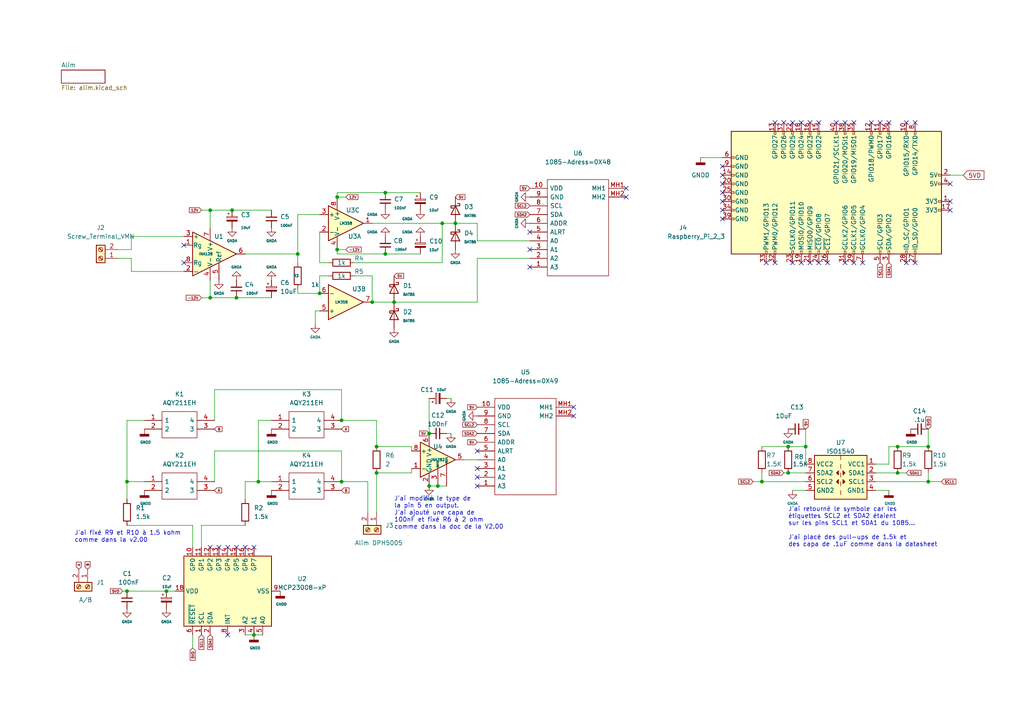
<source format=kicad_sch>
(kicad_sch (version 20211123) (generator eeschema)
  (paper "A4")
  (title_block (company "OhmPi team"))
  (lib_symbols
    (symbol "1085:1085" (pin_names (offset 0.762))
      (property "Reference" "IC" (at 24.13 7.62 0))
      (property "Value" "1085" (at 24.13 5.08 0))
      (symbol "1085_0_0"
        (pin passive line (at 0 -22.86 0) (length 5.08) (name "A3") (number "1"))
        (pin passive line (at 0 0 0) (length 5.08) (name "VDD") (number "10"))
        (pin passive line (at 0 -20.32 0) (length 5.08) (name "A2") (number "2"))
        (pin passive line (at 0 -17.78 0) (length 5.08) (name "A1") (number "3"))
        (pin passive line (at 0 -15.24 0) (length 5.08) (name "A0") (number "4"))
        (pin passive line (at 0 -12.7 0) (length 5.08) (name "ALRT") (number "5"))
        (pin passive line (at 0 -10.16 0) (length 5.08) (name "ADDR") (number "6"))
        (pin passive line (at 0 -7.62 0) (length 5.08) (name "SDA") (number "7"))
        (pin passive line (at 0 -5.08 0) (length 5.08) (name "SCL") (number "8"))
        (pin passive line (at 0 -2.54 0) (length 5.08) (name "GND") (number "9"))
        (pin passive line (at 27.94 0 180) (length 5.08) (name "MH1") (number "MH1"))
        (pin passive line (at 27.94 -2.54 180) (length 5.08) (name "MH2") (number "MH2"))
      )
    )
    (symbol "1085_1" (pin_names (offset 0.762))
      (property "Reference" "IC" (at 24.13 7.62 0))
      (property "Value" "1085_1" (at 24.13 5.08 0))
      (symbol "1085_1_0_0"
        (pin passive line (at 0 -22.86 0) (length 5.08) (name "A3") (number "1"))
        (pin passive line (at 0 0 0) (length 5.08) (name "VDD") (number "10"))
        (pin passive line (at 0 -20.32 0) (length 5.08) (name "A2") (number "2"))
        (pin passive line (at 0 -17.78 0) (length 5.08) (name "A1") (number "3"))
        (pin passive line (at 0 -15.24 0) (length 5.08) (name "A0") (number "4"))
        (pin passive line (at 0 -12.7 0) (length 5.08) (name "ALRT") (number "5"))
        (pin passive line (at 0 -10.16 0) (length 5.08) (name "ADDR") (number "6"))
        (pin passive line (at 0 -7.62 0) (length 5.08) (name "SDA") (number "7"))
        (pin passive line (at 0 -5.08 0) (length 5.08) (name "SCL") (number "8"))
        (pin passive line (at 0 -2.54 0) (length 5.08) (name "GND") (number "9"))
        (pin passive line (at 27.94 0 180) (length 5.08) (name "MH1") (number "MH1"))
        (pin passive line (at 27.94 -2.54 180) (length 5.08) (name "MH2") (number "MH2"))
      )
    )
    (symbol "AQY211EH:AQY211EH" (pin_names (offset 0.762))
      (property "Reference" "K" (at 16.51 7.62 0))
      (property "Value" "AQY211EH" (at 16.51 5.08 0))
      (symbol "AQY211EH_0_0"
        (pin passive line (at 0 0 0) (length 5.08) (name "1") (number "1"))
        (pin passive line (at 0 -2.54 0) (length 5.08) (name "2") (number "2"))
        (pin passive line (at 20.32 -2.54 180) (length 5.08) (name "3") (number "3"))
        (pin passive line (at 20.32 0 180) (length 5.08) (name "4") (number "4"))
      )
    )
    (symbol "Amplifier_Current:INA282" (pin_names (offset 0.127))
      (property "Reference" "U4" (at 0 3.81 0))
      (property "Value" "INA282" (at 0 0 0))
      (symbol "INA282_1_1"
        (pin input line (at -7.62 -2.54 0) (length 2.54) (name "-") (number "1"))
        (pin power_in line (at -2.54 -7.62 90) (length 3.81) (name "GND") (number "2"))
        (pin input line (at 0 -7.62 90) (length 5.08) (name "REF2") (number "3"))
        (pin no_connect line (at -5.08 0 0) (length 2.54) hide (name "NC") (number "4"))
        (pin output line (at 7.62 0 180) (length 2.54) (name "~") (number "5"))
        (pin input line (at -2.54 7.62 270) (length 3.81) (name "V+") (number "6"))
        (pin input line (at 2.54 -7.62 90) (length 6.35) (name "REF1") (number "7"))
        (pin input line (at -7.62 2.54 0) (length 2.54) (name "+") (number "8"))
      )
    )
    (symbol "Amplifier_Instrumentation:INA128" (pin_names (offset 0.127))
      (property "Reference" "U" (at 3.81 3.175 0))
      (property "Value" "INA128" (at 3.81 -3.175 0))
      (symbol "INA128_1_1"
        (pin passive line (at -7.62 2.54 0) (length 2.54) (name "Rg") (number "1"))
        (pin input line (at -7.62 -5.08 0) (length 2.54) (name "-") (number "2"))
        (pin input line (at -7.62 5.08 0) (length 2.54) (name "+") (number "3"))
        (pin power_in line (at 0 -7.62 90) (length 3.81) (name "V-") (number "4"))
        (pin input line (at 2.54 -7.62 90) (length 5.08) (name "Ref") (number "5"))
        (pin output line (at 10.16 0 180) (length 2.54) (name "~") (number "6"))
        (pin power_in line (at 0 7.62 270) (length 3.81) (name "V+") (number "7"))
        (pin passive line (at -7.62 -2.54 0) (length 2.54) (name "Rg") (number "8"))
      )
    )
    (symbol "Amplifier_Operational:LM358" (pin_names (offset 0.127))
      (property "Reference" "U" (at 0 5.08 0))
      (property "Value" "LM358" (at 0 -5.08 0))
      (symbol "LM358_1_1"
        (pin output line (at 7.62 0 180) (length 2.54) (name "~") (number "1"))
        (pin input line (at -7.62 -2.54 0) (length 2.54) (name "-") (number "2"))
        (pin input line (at -7.62 2.54 0) (length 2.54) (name "+") (number "3"))
      )
      (symbol "LM358_2_1"
        (pin input line (at -7.62 2.54 0) (length 2.54) (name "+") (number "5"))
        (pin input line (at -7.62 -2.54 0) (length 2.54) (name "-") (number "6"))
        (pin output line (at 7.62 0 180) (length 2.54) (name "~") (number "7"))
      )
      (symbol "LM358_3_1"
        (pin power_in line (at -2.54 -7.62 90) (length 3.81) (name "V-") (number "4"))
        (pin power_in line (at -2.54 7.62 270) (length 3.81) (name "V+") (number "8"))
      )
    )
    (symbol "Connector:Raspberry_Pi_2_3" (pin_names (offset 1.016))
      (property "Reference" "J" (at -17.78 31.75 0))
      (property "Value" "Raspberry_Pi_2_3" (at 10.16 -31.75 0))
      (symbol "Raspberry_Pi_2_3_1_1"
        (pin power_in line (at 2.54 33.02 270) (length 2.54) (name "3V3") (number "1"))
        (pin bidirectional line (at -20.32 20.32 0) (length 2.54) (name "GPIO15/RXD") (number "10"))
        (pin bidirectional line (at -20.32 12.7 0) (length 2.54) (name "GPIO17") (number "11"))
        (pin bidirectional line (at -20.32 10.16 0) (length 2.54) (name "GPIO18/PWM0") (number "12"))
        (pin bidirectional line (at -20.32 -17.78 0) (length 2.54) (name "GPIO27") (number "13"))
        (pin power_in line (at -5.08 -33.02 90) (length 2.54) (name "GND") (number "14"))
        (pin bidirectional line (at -20.32 -5.08 0) (length 2.54) (name "GPIO22") (number "15"))
        (pin bidirectional line (at -20.32 -7.62 0) (length 2.54) (name "GPIO23") (number "16"))
        (pin power_in line (at 5.08 33.02 270) (length 2.54) (name "3V3") (number "17"))
        (pin bidirectional line (at -20.32 -10.16 0) (length 2.54) (name "GPIO24") (number "18"))
        (pin bidirectional line (at 20.32 -10.16 180) (length 2.54) (name "MOSI0/GPIO10") (number "19"))
        (pin power_in line (at -5.08 33.02 270) (length 2.54) (name "5V") (number "2"))
        (pin power_in line (at -2.54 -33.02 90) (length 2.54) (name "GND") (number "20"))
        (pin bidirectional line (at 20.32 -7.62 180) (length 2.54) (name "MISO0/GPIO9") (number "21"))
        (pin bidirectional line (at -20.32 -12.7 0) (length 2.54) (name "GPIO25") (number "22"))
        (pin bidirectional line (at 20.32 -12.7 180) (length 2.54) (name "SCLK0/GPIO11") (number "23"))
        (pin bidirectional line (at 20.32 -5.08 180) (length 2.54) (name "~{CE0}/GPIO8") (number "24"))
        (pin power_in line (at 0 -33.02 90) (length 2.54) (name "GND") (number "25"))
        (pin bidirectional line (at 20.32 -2.54 180) (length 2.54) (name "~{CE1}/GPIO7") (number "26"))
        (pin bidirectional line (at 20.32 22.86 180) (length 2.54) (name "ID_SD/GPIO0") (number "27"))
        (pin bidirectional line (at 20.32 20.32 180) (length 2.54) (name "ID_SC/GPIO1") (number "28"))
        (pin bidirectional line (at 20.32 5.08 180) (length 2.54) (name "GCLK1/GPIO5") (number "29"))
        (pin bidirectional line (at 20.32 15.24 180) (length 2.54) (name "SDA/GPIO2") (number "3"))
        (pin power_in line (at 2.54 -33.02 90) (length 2.54) (name "GND") (number "30"))
        (pin bidirectional line (at 20.32 2.54 180) (length 2.54) (name "GCLK2/GPIO6") (number "31"))
        (pin bidirectional line (at 20.32 -17.78 180) (length 2.54) (name "PWM0/GPIO12") (number "32"))
        (pin bidirectional line (at 20.32 -20.32 180) (length 2.54) (name "PWM1/GPIO13") (number "33"))
        (pin power_in line (at 5.08 -33.02 90) (length 2.54) (name "GND") (number "34"))
        (pin bidirectional line (at -20.32 5.08 0) (length 2.54) (name "GPIO19/MISO1") (number "35"))
        (pin bidirectional line (at -20.32 15.24 0) (length 2.54) (name "GPIO16") (number "36"))
        (pin bidirectional line (at -20.32 -15.24 0) (length 2.54) (name "GPIO26") (number "37"))
        (pin bidirectional line (at -20.32 2.54 0) (length 2.54) (name "GPIO20/MOSI1") (number "38"))
        (pin power_in line (at 7.62 -33.02 90) (length 2.54) (name "GND") (number "39"))
        (pin power_in line (at -2.54 33.02 270) (length 2.54) (name "5V") (number "4"))
        (pin bidirectional line (at -20.32 0 0) (length 2.54) (name "GPIO21/SCLK1") (number "40"))
        (pin bidirectional line (at 20.32 12.7 180) (length 2.54) (name "SCL/GPIO3") (number "5"))
        (pin power_in line (at -10.16 -33.02 90) (length 2.54) (name "GND") (number "6"))
        (pin bidirectional line (at 20.32 7.62 180) (length 2.54) (name "GCLK0/GPIO4") (number "7"))
        (pin bidirectional line (at -20.32 22.86 0) (length 2.54) (name "GPIO14/TXD") (number "8"))
        (pin power_in line (at -7.62 -33.02 90) (length 2.54) (name "GND") (number "9"))
      )
    )
    (symbol "Connector:Screw_Terminal_01x02" (pin_names (offset 1.016) hide)
      (property "Reference" "J" (at 0 2.54 0))
      (property "Value" "Screw_Terminal_01x02" (at 0 -5.08 0))
      (symbol "Screw_Terminal_01x02_1_1"
        (pin passive line (at -5.08 0 0) (length 3.81) (name "Pin_1") (number "1"))
        (pin passive line (at -5.08 -2.54 0) (length 3.81) (name "Pin_2") (number "2"))
      )
    )
    (symbol "Device:C_Polarized_Small" (pin_numbers hide) (pin_names (offset 0.254) hide)
      (property "Reference" "C" (at 0.254 1.778 0))
      (property "Value" "C_Polarized_Small" (at 0.254 -2.032 0))
      (symbol "C_Polarized_Small_1_1"
        (pin passive line (at 0 2.54 270) (length 1.8542) (name "~") (number "1"))
        (pin passive line (at 0 -2.54 90) (length 1.8542) (name "~") (number "2"))
      )
    )
    (symbol "Device:C_Small" (pin_numbers hide) (pin_names (offset 0.254) hide)
      (property "Reference" "C" (at 0.254 1.778 0))
      (property "Value" "C_Small" (at 0.254 -2.032 0))
      (symbol "C_Small_1_1"
        (pin passive line (at 0 2.54 270) (length 2.032) (name "~") (number "1"))
        (pin passive line (at 0 -2.54 90) (length 2.032) (name "~") (number "2"))
      )
    )
    (symbol "Device:R" (pin_numbers hide) (pin_names (offset 0))
      (property "Reference" "R" (at 2.032 0 90))
      (property "Value" "R" (at 0 0 90))
      (symbol "R_1_1"
        (pin passive line (at 0 3.81 270) (length 1.27) (name "~") (number "1"))
        (pin passive line (at 0 -3.81 90) (length 1.27) (name "~") (number "2"))
      )
    )
    (symbol "Diode:BAT86" (pin_numbers hide) (pin_names (offset 1.016) hide)
      (property "Reference" "D" (at 0 2.54 0))
      (property "Value" "BAT86" (at 0 -2.54 0))
      (symbol "BAT86_1_1"
        (pin passive line (at -3.81 0 0) (length 2.54) (name "K") (number "1"))
        (pin passive line (at 3.81 0 180) (length 2.54) (name "A") (number "2"))
      )
    )
    (symbol "Interface_Expansion:MCP23008-xP"
      (property "Reference" "U" (at -8.89 13.97 0))
      (property "Value" "MCP23008-xP" (at 8.89 13.97 0))
      (symbol "MCP23008-xP_1_1"
        (pin input line (at -12.7 7.62 0) (length 2.54) (name "SCL") (number "1"))
        (pin bidirectional line (at 12.7 10.16 180) (length 2.54) (name "GP0") (number "10"))
        (pin bidirectional line (at 12.7 7.62 180) (length 2.54) (name "GP1") (number "11"))
        (pin bidirectional line (at 12.7 5.08 180) (length 2.54) (name "GP2") (number "12"))
        (pin bidirectional line (at 12.7 2.54 180) (length 2.54) (name "GP3") (number "13"))
        (pin bidirectional line (at 12.7 0 180) (length 2.54) (name "GP4") (number "14"))
        (pin bidirectional line (at 12.7 -2.54 180) (length 2.54) (name "GP5") (number "15"))
        (pin bidirectional line (at 12.7 -5.08 180) (length 2.54) (name "GP6") (number "16"))
        (pin bidirectional line (at 12.7 -7.62 180) (length 2.54) (name "GP7") (number "17"))
        (pin power_in line (at 0 15.24 270) (length 2.54) (name "VDD") (number "18"))
        (pin bidirectional line (at -12.7 5.08 0) (length 2.54) (name "SDA") (number "2"))
        (pin input line (at -12.7 -5.08 0) (length 2.54) (name "A2") (number "3"))
        (pin input line (at -12.7 -7.62 0) (length 2.54) (name "A1") (number "4"))
        (pin input line (at -12.7 -10.16 0) (length 2.54) (name "A0") (number "5"))
        (pin input line (at -12.7 10.16 0) (length 2.54) (name "~{RESET}") (number "6"))
        (pin no_connect line (at -10.16 -2.54 0) (length 2.54) hide (name "NC") (number "7"))
        (pin output line (at -12.7 0 0) (length 2.54) (name "INT") (number "8"))
        (pin power_in line (at 0 -15.24 90) (length 2.54) (name "VSS") (number "9"))
      )
    )
    (symbol "Isolator:ISO1540"
      (property "Reference" "U" (at -6.35 6.35 0))
      (property "Value" "ISO1540" (at 3.81 6.35 0))
      (symbol "ISO1540_1_1"
        (pin power_in line (at -10.16 2.54 0) (length 2.54) (name "VCC1") (number "1"))
        (pin bidirectional line (at -10.16 0 0) (length 2.54) (name "SDA1") (number "2"))
        (pin bidirectional line (at -10.16 -2.54 0) (length 2.54) (name "SCL1") (number "3"))
        (pin power_in line (at -10.16 -5.08 0) (length 2.54) (name "GND1") (number "4"))
        (pin power_in line (at 10.16 -5.08 180) (length 2.54) (name "GND2") (number "5"))
        (pin bidirectional line (at 10.16 -2.54 180) (length 2.54) (name "SCL2") (number "6"))
        (pin bidirectional line (at 10.16 0 180) (length 2.54) (name "SDA2") (number "7"))
        (pin power_in line (at 10.16 2.54 180) (length 2.54) (name "VCC2") (number "8"))
      )
    )
    (symbol "power:GNDA" (power) (pin_names (offset 0))
      (property "Value" "GNDA" (at 0 -3.81 0))
      (symbol "GNDA_1_1"
        (pin power_in line (at 0 0 270) (length 0) hide (name "GNDA") (number "1"))
      )
    )
    (symbol "power:GNDD" (power) (pin_names (offset 0))
      (property "Value" "GNDD" (at 0 -3.175 0))
      (symbol "GNDD_1_1"
        (pin power_in line (at 0 0 270) (length 0) hide (name "GNDD") (number "1"))
      )
    )
  )
  (junction (at 60.96 86.36))
  (junction (at 109.22 129.54))
  (junction (at 36.83 171.45))
  (junction (at 68.58 86.36))
  (junction (at 99.06 139.7))
  (junction (at 74.93 139.7))
  (junction (at 114.3 87.63))
  (junction (at 48.26 171.45))
  (junction (at 109.22 137.16))
  (junction (at 228.6 129.54))
  (junction (at 36.83 139.7))
  (junction (at 124.46 140.97))
  (junction (at 269.24 129.54))
  (junction (at 132.08 64.77))
  (junction (at 269.24 139.7))
  (junction (at 86.36 73.66))
  (junction (at 97.79 57.15))
  (junction (at 233.68 129.54))
  (junction (at 97.79 72.39))
  (junction (at 67.31 60.96))
  (junction (at 260.35 129.54))
  (junction (at 60.96 60.96))
  (junction (at 228.6 137.16))
  (junction (at 111.76 55.88))
  (junction (at 124.46 125.73))
  (junction (at 92.71 85.09))
  (junction (at 220.98 139.7))
  (junction (at 111.76 73.66))
  (junction (at 73.66 184.15))
  (junction (at 107.95 87.63))
  (junction (at 260.35 137.16))
  (junction (at 127 140.97))
  (junction (at 128.27 64.77))
  (junction (at 99.06 121.92))
  (no_connect (at 53.34 76.2))
  (no_connect (at 53.34 71.12))
  (no_connect (at 166.37 118.11))
  (no_connect (at 138.43 130.81))
  (no_connect (at 166.37 120.65))
  (no_connect (at 209.55 55.88))
  (no_connect (at 209.55 58.42))
  (no_connect (at 209.55 60.96))
  (no_connect (at 209.55 63.5))
  (no_connect (at 209.55 50.8))
  (no_connect (at 209.55 48.26))
  (no_connect (at 209.55 53.34))
  (no_connect (at 275.59 58.42))
  (no_connect (at 275.59 60.96))
  (no_connect (at 275.59 53.34))
  (no_connect (at 73.66 158.75))
  (no_connect (at 71.12 158.75))
  (no_connect (at 60.96 158.75))
  (no_connect (at 63.5 158.75))
  (no_connect (at 68.58 158.75))
  (no_connect (at 66.04 158.75))
  (no_connect (at 153.67 67.31))
  (no_connect (at 181.61 54.61))
  (no_connect (at 181.61 57.15))
  (no_connect (at 66.04 184.15))
  (no_connect (at 138.43 140.97))
  (no_connect (at 138.43 138.43))
  (no_connect (at 138.43 135.89))
  (no_connect (at 153.67 72.39))
  (no_connect (at 153.67 77.47))
  (no_connect (at 252.73 35.56))
  (no_connect (at 255.27 35.56))
  (no_connect (at 257.81 35.56))
  (no_connect (at 262.89 35.56))
  (no_connect (at 265.43 35.56))
  (no_connect (at 224.79 35.56))
  (no_connect (at 227.33 35.56))
  (no_connect (at 229.87 35.56))
  (no_connect (at 232.41 35.56))
  (no_connect (at 234.95 35.56))
  (no_connect (at 237.49 35.56))
  (no_connect (at 242.57 35.56))
  (no_connect (at 245.11 35.56))
  (no_connect (at 247.65 35.56))
  (no_connect (at 262.89 76.2))
  (no_connect (at 265.43 76.2))
  (no_connect (at 240.03 76.2))
  (no_connect (at 245.11 76.2))
  (no_connect (at 247.65 76.2))
  (no_connect (at 250.19 76.2))
  (no_connect (at 229.87 76.2))
  (no_connect (at 232.41 76.2))
  (no_connect (at 234.95 76.2))
  (no_connect (at 237.49 76.2))
  (no_connect (at 224.79 76.2))
  (no_connect (at 222.25 76.2))
  (wire (pts (xy 86.36 73.66) (xy 86.36 76.2)))
  (wire (pts (xy 109.22 129.54) (xy 119.38 129.54)))
  (wire (pts (xy 34.29 74.93) (xy 38.1 74.93)))
  (wire (pts (xy 130.81 115.57) (xy 129.54 115.57)))
  (wire (pts (xy 138.43 87.63) (xy 114.3 87.63)))
  (wire (pts (xy 254 142.24) (xy 257.81 142.24)))
  (wire (pts (xy 55.88 152.4) (xy 55.88 158.75)))
  (wire (pts (xy 228.6 137.16) (xy 233.68 137.16)))
  (wire (pts (xy 92.71 76.2) (xy 95.25 76.2)))
  (wire (pts (xy 260.35 137.16) (xy 262.89 137.16)))
  (wire (pts (xy 74.93 121.92) (xy 74.93 139.7)))
  (wire (pts (xy 62.23 130.81) (xy 62.23 139.7)))
  (wire (pts (xy 109.22 121.92) (xy 109.22 129.54)))
  (wire (pts (xy 233.68 129.54) (xy 228.6 129.54)))
  (wire (pts (xy 128.27 64.77) (xy 107.95 64.77)))
  (wire (pts (xy 107.95 87.63) (xy 107.95 80.01)))
  (wire (pts (xy 121.92 73.66) (xy 111.76 73.66)))
  (wire (pts (xy 35.56 171.45) (xy 36.83 171.45)))
  (wire (pts (xy 74.93 139.7) (xy 78.74 139.7)))
  (wire (pts (xy 71.12 139.7) (xy 71.12 144.78)))
  (wire (pts (xy 220.98 139.7) (xy 233.68 139.7)))
  (wire (pts (xy 128.27 64.77) (xy 132.08 64.77)))
  (wire (pts (xy 233.68 134.62) (xy 233.68 129.54)))
  (wire (pts (xy 254 139.7) (xy 269.24 139.7)))
  (wire (pts (xy 227.33 137.16) (xy 228.6 137.16)))
  (wire (pts (xy 58.42 86.36) (xy 60.96 86.36)))
  (wire (pts (xy 36.83 139.7) (xy 41.91 139.7)))
  (wire (pts (xy 99.06 130.81) (xy 99.06 139.7)))
  (wire (pts (xy 86.36 85.09) (xy 92.71 85.09)))
  (wire (pts (xy 279.4 50.8) (xy 275.59 50.8)))
  (wire (pts (xy 60.96 60.96) (xy 60.96 66.04)))
  (wire (pts (xy 106.68 148.59) (xy 106.68 139.7)))
  (wire (pts (xy 92.71 80.01) (xy 92.71 85.09)))
  (wire (pts (xy 36.83 139.7) (xy 36.83 144.78)))
  (wire (pts (xy 97.79 55.88) (xy 111.76 55.88)))
  (wire (pts (xy 91.44 90.17) (xy 91.44 93.98)))
  (wire (pts (xy 78.74 121.92) (xy 74.93 121.92)))
  (wire (pts (xy 203.2 45.72) (xy 209.55 45.72)))
  (wire (pts (xy 73.66 184.15) (xy 76.2 184.15)))
  (wire (pts (xy 127 140.97) (xy 129.54 140.97)))
  (wire (pts (xy 58.42 152.4) (xy 71.12 152.4)))
  (wire (pts (xy 55.88 184.15) (xy 55.88 187.96)))
  (wire (pts (xy 38.1 74.93) (xy 38.1 78.74)))
  (wire (pts (xy 86.36 62.23) (xy 92.71 62.23)))
  (wire (pts (xy 92.71 90.17) (xy 91.44 90.17)))
  (wire (pts (xy 102.87 76.2) (xy 128.27 76.2)))
  (wire (pts (xy 254 134.62) (xy 257.81 134.62)))
  (wire (pts (xy 99.06 121.92) (xy 109.22 121.92)))
  (wire (pts (xy 41.91 121.92) (xy 36.83 121.92)))
  (wire (pts (xy 58.42 152.4) (xy 58.42 158.75)))
  (wire (pts (xy 97.79 73.66) (xy 111.76 73.66)))
  (wire (pts (xy 111.76 55.88) (xy 121.92 55.88)))
  (wire (pts (xy 58.42 60.96) (xy 60.96 60.96)))
  (wire (pts (xy 92.71 67.31) (xy 92.71 76.2)))
  (wire (pts (xy 220.98 137.16) (xy 220.98 139.7)))
  (wire (pts (xy 269.24 137.16) (xy 269.24 139.7)))
  (wire (pts (xy 257.81 134.62) (xy 257.81 129.54)))
  (wire (pts (xy 78.74 86.36) (xy 68.58 86.36)))
  (wire (pts (xy 109.22 137.16) (xy 119.38 137.16)))
  (wire (pts (xy 38.1 78.74) (xy 53.34 78.74)))
  (wire (pts (xy 97.79 57.15) (xy 100.33 57.15)))
  (wire (pts (xy 257.81 129.54) (xy 260.35 129.54)))
  (wire (pts (xy 130.81 125.73) (xy 129.54 125.73)))
  (wire (pts (xy 62.23 113.03) (xy 99.06 113.03)))
  (wire (pts (xy 99.06 113.03) (xy 99.06 121.92)))
  (wire (pts (xy 67.31 60.96) (xy 78.74 60.96)))
  (wire (pts (xy 86.36 62.23) (xy 86.36 73.66)))
  (wire (pts (xy 62.23 130.81) (xy 99.06 130.81)))
  (wire (pts (xy 109.22 137.16) (xy 109.22 148.59)))
  (wire (pts (xy 229.87 142.24) (xy 233.68 142.24)))
  (wire (pts (xy 124.46 140.97) (xy 127 140.97)))
  (wire (pts (xy 138.43 74.93) (xy 138.43 87.63)))
  (wire (pts (xy 153.67 74.93) (xy 138.43 74.93)))
  (wire (pts (xy 260.35 137.16) (xy 254 137.16)))
  (wire (pts (xy 269.24 139.7) (xy 273.05 139.7)))
  (wire (pts (xy 71.12 184.15) (xy 73.66 184.15)))
  (wire (pts (xy 102.87 80.01) (xy 107.95 80.01)))
  (wire (pts (xy 218.44 139.7) (xy 220.98 139.7)))
  (wire (pts (xy 124.46 115.57) (xy 124.46 125.73)))
  (wire (pts (xy 119.38 129.54) (xy 119.38 130.81)))
  (wire (pts (xy 138.43 69.85) (xy 138.43 64.77)))
  (wire (pts (xy 36.83 121.92) (xy 36.83 139.7)))
  (wire (pts (xy 107.95 87.63) (xy 114.3 87.63)))
  (wire (pts (xy 38.1 68.58) (xy 53.34 68.58)))
  (wire (pts (xy 48.26 171.45) (xy 50.8 171.45)))
  (wire (pts (xy 93.98 85.09) (xy 92.71 85.09)))
  (wire (pts (xy 269.24 124.46) (xy 269.24 129.54)))
  (wire (pts (xy 233.68 124.46) (xy 233.68 129.54)))
  (wire (pts (xy 60.96 60.96) (xy 67.31 60.96)))
  (wire (pts (xy 62.23 113.03) (xy 62.23 121.92)))
  (wire (pts (xy 71.12 139.7) (xy 74.93 139.7)))
  (wire (pts (xy 60.96 86.36) (xy 68.58 86.36)))
  (wire (pts (xy 97.79 72.39) (xy 97.79 73.66)))
  (wire (pts (xy 260.35 129.54) (xy 269.24 129.54)))
  (wire (pts (xy 220.98 129.54) (xy 228.6 129.54)))
  (wire (pts (xy 153.67 69.85) (xy 138.43 69.85)))
  (wire (pts (xy 36.83 171.45) (xy 48.26 171.45)))
  (wire (pts (xy 34.29 72.39) (xy 38.1 72.39)))
  (wire (pts (xy 138.43 64.77) (xy 132.08 64.77)))
  (wire (pts (xy 86.36 83.82) (xy 86.36 85.09)))
  (wire (pts (xy 92.71 80.01) (xy 95.25 80.01)))
  (wire (pts (xy 36.83 152.4) (xy 55.88 152.4)))
  (wire (pts (xy 97.79 57.15) (xy 97.79 55.88)))
  (wire (pts (xy 119.38 135.89) (xy 119.38 137.16)))
  (wire (pts (xy 128.27 64.77) (xy 128.27 76.2)))
  (wire (pts (xy 38.1 72.39) (xy 38.1 68.58)))
  (wire (pts (xy 60.96 81.28) (xy 60.96 86.36)))
  (wire (pts (xy 134.62 133.35) (xy 138.43 133.35)))
  (wire (pts (xy 97.79 72.39) (xy 100.33 72.39)))
  (wire (pts (xy 106.68 139.7) (xy 99.06 139.7)))
  (wire (pts (xy 71.12 73.66) (xy 86.36 73.66)))
  (text "J'ai retourné le symbole car les \nétiquettes SCL2 et SDA2 étaient \nsur les pins SCL1 et SDA1 du 1085...\n\nJ'ai placé des pull-ups de 1.5k et \ndes capa de .1uF comme dans la datasheet " (at 228.6 158.75 0) (effects (font (size 1.27 1.27)) (justify left bottom)))
  (text "J'ai fixé R9 et R10 à 1.5 kohm\ncomme dans la v2.00" (at 21.59 157.48 0) (effects (font (size 1.27 1.27)) (justify left bottom)))
  (text "J'ai modifié le type de\nla pin 5 en output.\nJ'ai ajouté une capa de\n100nF et fixé R6 à 2 ohm\ncomme dans la doc de la V2.00" (at 114.3 153.67 0) (effects (font (size 1.27 1.27)) (justify left bottom)))
  (global_label "12V" (shape input) (at 100.33 57.15 0) (effects (font (size 0.75 0.75))) (property "Intersheet References" "${INTERSHEET_REFS}" (effects hide)))
  (global_label "5V" (shape input) (at 233.68 124.46 90) (effects (font (size 0.75 0.75))) (property "Intersheet References" "${INTERSHEET_REFS}" (effects hide)))
  (global_label "SCL1" (shape input) (at 58.42 184.15 270) (effects (font (size 0.75 0.75))) (property "Intersheet References" "${INTERSHEET_REFS}" (effects hide)))
  (global_label "5V" (shape input) (at 138.43 118.11 180) (effects (font (size 0.75 0.75))) (property "Intersheet References" "${INTERSHEET_REFS}" (effects hide)))
  (global_label "SDA1" (shape input) (at 60.96 184.15 270) (effects (font (size 0.75 0.75))) (property "Intersheet References" "${INTERSHEET_REFS}" (effects hide)))
  (global_label "5V" (shape input) (at 138.43 128.27 180) (effects (font (size 0.75 0.75))) (property "Intersheet References" "${INTERSHEET_REFS}" (effects hide)))
  (global_label "SCL2" (shape input) (at 218.44 139.7 180) (effects (font (size 0.75 0.75))) (property "Intersheet References" "${INTERSHEET_REFS}" (effects hide)))
  (global_label "-12V" (shape input) (at 58.42 86.36 180) (effects (font (size 0.75 0.75))) (property "Intersheet References" "${INTERSHEET_REFS}" (effects hide)))
  (global_label "5V" (shape input) (at 114.3 80.01 0) (effects (font (size 0.75 0.75))) (property "Intersheet References" "${INTERSHEET_REFS}" (effects hide)))
  (global_label "5V" (shape input) (at 153.67 54.61 180) (effects (font (size 0.75 0.75))) (property "Intersheet References" "${INTERSHEET_REFS}" (effects hide)))
  (global_label "SDA2" (shape input) (at 153.67 62.23 180) (effects (font (size 0.75 0.75))) (property "Intersheet References" "${INTERSHEET_REFS}" (effects hide)))
  (global_label "SDA1" (shape input) (at 257.81 76.2 270) (effects (font (size 0.75 0.75))) (property "Intersheet References" "${INTERSHEET_REFS}" (effects hide)))
  (global_label "SDA2" (shape input) (at 227.33 137.16 180) (effects (font (size 0.75 0.75))) (property "Intersheet References" "${INTERSHEET_REFS}" (effects hide)))
  (global_label "5VD" (shape input) (at 279.4 50.8 0) (property "Intersheet References" "${INTERSHEET_REFS}" (effects hide)))
  (global_label "B" (shape input) (at 25.4 165.1 90) (effects (font (size 0.75 0.75))) (property "Intersheet References" "${INTERSHEET_REFS}" (effects hide)))
  (global_label "A" (shape input) (at 99.06 124.46 0) (effects (font (size 0.75 0.75))) (property "Intersheet References" "${INTERSHEET_REFS}" (effects hide)))
  (global_label "A" (shape input) (at 62.23 142.24 0) (effects (font (size 0.75 0.75))) (property "Intersheet References" "${INTERSHEET_REFS}" (effects hide)))
  (global_label "12V" (shape input) (at 58.42 60.96 180) (effects (font (size 0.75 0.75))) (property "Intersheet References" "${INTERSHEET_REFS}" (effects hide)))
  (global_label "B" (shape input) (at 99.06 142.24 0) (effects (font (size 0.75 0.75))) (property "Intersheet References" "${INTERSHEET_REFS}" (effects hide)))
  (global_label "B" (shape input) (at 62.23 124.46 0) (effects (font (size 0.75 0.75))) (property "Intersheet References" "${INTERSHEET_REFS}" (effects hide)))
  (global_label "5V" (shape input) (at 124.46 125.73 180) (effects (font (size 0.75 0.75))) (property "Intersheet References" "${INTERSHEET_REFS}" (effects hide)))
  (global_label "A" (shape input) (at 22.86 165.1 90) (effects (font (size 0.75 0.75))) (property "Intersheet References" "${INTERSHEET_REFS}" (effects hide)))
  (global_label "-12V" (shape input) (at 100.33 72.39 0) (effects (font (size 0.75 0.75))) (property "Intersheet References" "${INTERSHEET_REFS}" (effects hide)))
  (global_label "5VD" (shape input) (at 269.24 124.46 90) (effects (font (size 0.75 0.75))) (property "Intersheet References" "${INTERSHEET_REFS}" (effects hide)))
  (global_label "SCL1" (shape input) (at 255.27 76.2 270) (effects (font (size 0.75 0.75))) (property "Intersheet References" "${INTERSHEET_REFS}" (effects hide)))
  (global_label "SCL2" (shape input) (at 153.67 59.69 180) (effects (font (size 0.75 0.75))) (property "Intersheet References" "${INTERSHEET_REFS}" (effects hide)))
  (global_label "SCL2" (shape input) (at 138.43 123.19 180) (effects (font (size 0.75 0.75))) (property "Intersheet References" "${INTERSHEET_REFS}" (effects hide)))
  (global_label "5V" (shape input) (at 132.08 57.15 0) (effects (font (size 0.75 0.75))) (property "Intersheet References" "${INTERSHEET_REFS}" (effects hide)))
  (global_label "SCL1" (shape input) (at 273.05 139.7 0) (effects (font (size 0.75 0.75))) (property "Intersheet References" "${INTERSHEET_REFS}" (effects hide)))
  (global_label "5VD" (shape input) (at 35.56 171.45 180) (effects (font (size 0.75 0.75))) (property "Intersheet References" "${INTERSHEET_REFS}" (effects hide)))
  (global_label "SDA1" (shape input) (at 262.89 137.16 0) (effects (font (size 0.75 0.75))) (property "Intersheet References" "${INTERSHEET_REFS}" (effects hide)))
  (global_label "SDA2" (shape input) (at 138.43 125.73 180) (effects (font (size 0.75 0.75))) (property "Intersheet References" "${INTERSHEET_REFS}" (effects hide)))
  (global_label "5VD" (shape input) (at 55.88 187.96 270) (effects (font (size 0.75 0.75))) (property "Intersheet References" "${INTERSHEET_REFS}" (effects hide)))
  (symbol (lib_id "power:GNDA") (at 138.43 120.65 270) (unit 1)
    (property "Reference" "#PWR024" (effects hide))
    (property "Value" "GNDA" (at 134.62 120.65 0) (effects (font (size 0.75 0.75))))
  )
  (symbol (lib_id "power:GNDA") (at 132.08 72.39 0) (unit 1)
    (property "Reference" "#PWR023" (effects hide))
    (property "Value" "GNDA" (at 132.08 76.2 0) (effects (font (size 0.75 0.75))))
  )
  (symbol (lib_id "power:GNDA") (at 36.83 176.53 0) (unit 1)
    (property "Reference" "#PWR01" (effects hide))
    (property "Value" "GNDA" (at 36.83 180.34 0) (effects (font (size 0.75 0.75))))
  )
  (symbol (lib_id "Amplifier_Current:INA282") (at 127 133.35 0) (unit 1)
    (property "Reference" "U4" (at 127 129.54 0))
    (property "Value" "INA282" (at 127 133.35 0) (effects (font (size 0.75 0.75))))
    (property "Footprint" "Package_SO:SOIC-8_3.9x4.9mm_P1.27mm" (effects hide))
    (property "Datasheet" "http://www.ti.com/lit/ds/symlink/ina282.pdf" (effects hide))
  )
  (symbol (lib_id "power:GNDA") (at 78.74 81.28 180) (unit 1)
    (property "Reference" "#PWR010" (effects hide))
    (property "Value" "GNDA" (at 78.74 77.47 0) (effects (font (size 0.75 0.75))))
  )
  (symbol (lib_id "power:GNDD") (at 203.2 45.72 0) (unit 1)
    (property "Reference" "#PWR027" (effects hide))
    (property "Value" "GNDD" (at 203.2 50.8 0))
  )
  (symbol (lib_id "Diode:BAT86") (at 132.08 68.58 270) (unit 1)
    (property "Reference" "D4" (at 134.62 67.6274 90) (effects (justify left)))
    (property "Value" "BAT86" (at 134.62 70.1674 90) (effects (font (size 0.75 0.75)) (justify left)))
    (property "Footprint" "Diode_THT:D_DO-35_SOD27_P7.62mm_Horizontal" (effects hide))
    (property "Datasheet" "https://assets.nexperia.com/documents/data-sheet/BAT86.pdf" (effects hide))
  )
  (symbol (lib_id "power:GNDA") (at 121.92 68.58 180) (unit 1)
    (property "Reference" "#PWR019" (effects hide))
    (property "Value" "GNDA" (at 118.11 67.31 0) (effects (font (size 0.75 0.75))))
  )
  (symbol (lib_id "Device:R") (at 99.06 76.2 90) (unit 1)
    (property "Reference" "R4" (at 104.14 74.93 90))
    (property "Value" "1k" (at 99.06 76.2 90))
    (property "Footprint" "Resistor_THT:R_Axial_DIN0411_L9.9mm_D3.6mm_P15.24mm_Horizontal" (effects hide))
  )
  (symbol (lib_id "power:GNDA") (at 68.58 81.28 180) (unit 1)
    (property "Reference" "#PWR07" (effects hide))
    (property "Value" "GNDA" (at 68.58 77.47 0) (effects (font (size 0.75 0.75))))
  )
  (symbol (lib_id "power:GNDA") (at 63.5 81.28 0) (unit 1)
    (property "Reference" "#PWR05" (effects hide))
    (property "Value" "GNDA" (at 63.5 85.09 0) (effects (font (size 0.75 0.75))))
  )
  (symbol (lib_id "power:GNDD") (at 78.74 142.24 0) (unit 1)
    (property "Reference" "#PWR012" (effects hide))
    (property "Value" "GNDD" (at 77.47 146.05 0) (effects (font (size 0.75 0.75)) (justify left)))
  )
  (symbol (lib_id "Device:R") (at 228.6 133.35 0) (unit 1)
    (property "Reference" "R8" (at 230.378 132.5153 0) (effects (justify left)))
    (property "Value" "1.5K" (at 229.87 134.62 0) (effects (justify left)))
    (property "Footprint" "Resistor_THT:R_Axial_DIN0411_L9.9mm_D3.6mm_P15.24mm_Horizontal" (effects hide))
  )
  (symbol (lib_id "Device:C_Small") (at 78.74 63.5 0) (unit 1)
    (property "Reference" "C5" (at 81.28 62.8712 0) (effects (justify left)))
    (property "Value" "100nF" (at 81.28 65.4112 0) (effects (font (size 0.75 0.75)) (justify left)))
    (property "Footprint" "Capacitor_THT:C_Disc_D8.0mm_W2.5mm_P5.00mm" (effects hide))
  )
  (symbol (lib_id "Device:R") (at 260.35 133.35 0) (unit 1)
    (property "Reference" "R9" (at 261.62 132.08 0) (effects (justify left)))
    (property "Value" "1.5k" (at 261.62 134.62 0) (effects (justify left)))
    (property "Footprint" "Resistor_THT:R_Axial_DIN0411_L9.9mm_D3.6mm_P15.24mm_Horizontal" (effects hide))
  )
  (symbol (lib_id "power:GNDA") (at 121.92 60.96 0) (unit 1)
    (property "Reference" "#PWR018" (effects hide))
    (property "Value" "GNDA" (at 118.11 63.5 0) (effects (font (size 0.75 0.75))))
  )
  (symbol (lib_id "Amplifier_Instrumentation:INA128") (at 60.96 73.66 0) (unit 1)
    (property "Reference" "U1" (at 63.5 68.58 0))
    (property "Value" "INA128" (at 59.69 73.66 0) (effects (font (size 0.75 0.75))))
    (property "Footprint" "Package_DIP:DIP-8_W7.62mm" (effects hide))
    (property "Datasheet" "http://www.ti.com/lit/ds/symlink/ina128.pdf" (effects hide))
  )
  (symbol (lib_id "power:GNDA") (at 130.81 115.57 0) (unit 1)
    (property "Reference" "#PWR021" (effects hide))
    (property "Value" "GNDA" (at 130.81 119.38 0) (effects (font (size 0.75 0.75))))
  )
  (symbol (lib_id "Connector:Screw_Terminal_01x02") (at 25.4 170.18 270) (unit 1)
    (property "Reference" "J1" (at 27.94 168.9099 90) (effects (justify left)))
    (property "Value" "A/B" (at 22.86 173.99 90) (effects (justify left)))
    (property "Footprint" "TerminalBlock_Phoenix:TerminalBlock_Phoenix_MKDS-1,5-2-5.08_1x02_P5.08mm_Horizontal" (effects hide))
  )
  (symbol (lib_id "power:GNDA") (at 124.46 140.97 0) (unit 1)
    (property "Reference" "#PWR020" (effects hide))
    (property "Value" "GNDA" (at 124.46 144.78 0) (effects (font (size 0.75 0.75))))
  )
  (symbol (lib_id "Device:R") (at 109.22 133.35 0) (unit 1)
    (property "Reference" "R6" (at 111.76 132.0799 0) (effects (justify left)))
    (property "Value" "2" (at 111.76 134.6199 0) (effects (justify left)))
    (property "Footprint" "Resistor_THT:R_Axial_DIN0411_L9.9mm_D3.6mm_P15.24mm_Horizontal" (effects hide))
  )
  (symbol (lib_name "1085_1") (lib_id "1085:1085") (at 138.43 118.11 0) (unit 1)
    (property "Reference" "U5" (at 152.4 107.95 0))
    (property "Value" "1085-Adress=0X49" (at 152.4 110.49 0))
    (property "Footprint" "1085:1085" (effects hide))
    (property "Datasheet" "https://cdn-shop.adafruit.com/datasheets/ads1115.pdf" (effects hide))
    (property "MANUFACTURER" "Adafruit" (effects hide))
    (property "MAXIMUM_PACKAGE_HEIGHT" "N/A" (effects hide))
    (property "PARTREV" "N/A" (effects hide))
    (property "STANDARD" "Manufacturer Recommendations" (effects hide))
    (property "Description" "Data Conversion IC Development Tools ADS1115 16-Bit ADC - 4 Channel with Programmable Gain Amplifier" (effects hide))
    (property "Height" "5" (effects hide))
    (property "Manufacturer_Name" "Adafruit" (effects hide))
    (property "Manufacturer_Part_Number" "1085" (effects hide))
    (property "Mouser Part Number" "485-1085" (effects hide))
    (property "Mouser Price/Stock" "https://www.mouser.co.uk/ProductDetail/Adafruit/1085?qs=GURawfaeGuCW8oufi8WauA%3D%3D" (effects hide))
    (property "Arrow Part Number" "1085" (effects hide))
    (property "Arrow Price/Stock" "https://www.arrow.com/en/products/1085/adafruit-industries?region=nac" (effects hide))
  )
  (symbol (lib_id "power:GNDD") (at 264.16 124.46 0) (unit 1)
    (property "Reference" "#PWR031" (effects hide))
    (property "Value" "GNDD" (at 262.89 128.27 0) (effects (font (size 0.75 0.75)) (justify left)))
  )
  (symbol (lib_id "power:GNDA") (at 48.26 176.53 0) (unit 1)
    (property "Reference" "#PWR04" (effects hide))
    (property "Value" "GNDA" (at 48.26 180.34 0) (effects (font (size 0.75 0.75))))
  )
  (symbol (lib_id "Device:R") (at 86.36 80.01 0) (unit 1)
    (property "Reference" "R3" (at 85.09 80.01 0) (effects (font (size 0.75 0.75)) (justify left)))
    (property "Value" "1k" (at 90.17 82.5499 0) (effects (justify left)))
    (property "Footprint" "Resistor_THT:R_Axial_DIN0411_L9.9mm_D3.6mm_P15.24mm_Horizontal" (effects hide))
  )
  (symbol (lib_id "power:GNDA") (at 229.87 142.24 0) (unit 1)
    (property "Reference" "#PWR029" (effects hide))
    (property "Value" "GNDA" (at 229.87 146.05 0) (effects (font (size 0.75 0.75))))
  )
  (symbol (lib_id "Interface_Expansion:MCP23008-xP") (at 66.04 171.45 90) (unit 1)
    (property "Reference" "U2" (at 87.63 167.8686 90))
    (property "Value" "MCP23008-xP" (at 87.63 170.4086 90))
    (property "Footprint" "Package_DIP:DIP-18_W7.62mm" (effects hide))
    (property "Datasheet" "http://ww1.microchip.com/downloads/en/DeviceDoc/MCP23008-MCP23S08-Data-Sheet-20001919F.pdf" (effects hide))
  )
  (symbol (lib_id "Device:R") (at 269.24 133.35 180) (unit 1)
    (property "Reference" "R10" (at 270.51 132.08 0) (effects (justify right)))
    (property "Value" "1.5k" (at 270.51 134.62 0) (effects (justify right)))
    (property "Footprint" "Resistor_THT:R_Axial_DIN0411_L9.9mm_D3.6mm_P15.24mm_Horizontal" (effects hide))
  )
  (symbol (lib_id "power:GNDA") (at 153.67 57.15 270) (unit 1)
    (property "Reference" "#PWR025" (effects hide))
    (property "Value" "GNDA" (at 149.86 57.15 0) (effects (font (size 0.75 0.75))))
  )
  (symbol (lib_id "Device:C_Polarized_Small") (at 67.31 63.5 0) (unit 1)
    (property "Reference" "C3" (at 69.85 62.3188 0) (effects (justify left)))
    (property "Value" "10uF" (at 69.85 66.04 0) (effects (font (size 0.75 0.75)) (justify left)))
    (property "Footprint" "Capacitor_THT:CP_Radial_D6.3mm_P2.50mm" (effects hide))
  )
  (symbol (lib_id "Device:C_Small") (at 231.14 124.46 90) (unit 1)
    (property "Reference" "C13" (at 231.1463 118.11 90))
    (property "Value" "10uF" (at 227.33 120.65 90))
    (property "Footprint" "Capacitor_THT:CP_Radial_D6.3mm_P2.50mm" (effects hide))
  )
  (symbol (lib_id "Device:C_Polarized_Small") (at 121.92 71.12 0) (unit 1)
    (property "Reference" "C10" (at 124.46 69.9388 0) (effects (justify left)))
    (property "Value" "10uF" (at 124.46 72.4788 0) (effects (font (size 0.75 0.75)) (justify left)))
    (property "Footprint" "Capacitor_THT:CP_Radial_D6.3mm_P2.50mm" (effects hide))
  )
  (symbol (lib_id "power:GNDA") (at 111.76 68.58 180) (unit 1)
    (property "Reference" "#PWR016" (effects hide))
    (property "Value" "GNDA" (at 107.95 67.31 0) (effects (font (size 0.75 0.75))))
  )
  (symbol (lib_id "Device:R") (at 36.83 148.59 0) (unit 1)
    (property "Reference" "R1" (at 39.37 147.3199 0) (effects (justify left)))
    (property "Value" "1.5k" (at 39.37 149.8599 0) (effects (justify left)))
    (property "Footprint" "Resistor_THT:R_Axial_DIN0411_L9.9mm_D3.6mm_P15.24mm_Horizontal" (effects hide))
  )
  (symbol (lib_id "Diode:BAT86") (at 114.3 91.44 270) (unit 1)
    (property "Reference" "D2" (at 116.84 90.4874 90) (effects (justify left)))
    (property "Value" "BAT86" (at 116.84 93.0274 90) (effects (font (size 0.75 0.75)) (justify left)))
    (property "Footprint" "Diode_THT:D_DO-35_SOD27_P7.62mm_Horizontal" (effects hide))
    (property "Datasheet" "https://assets.nexperia.com/documents/data-sheet/BAT86.pdf" (effects hide))
  )
  (symbol (lib_id "power:GNDD") (at 257.81 142.24 0) (unit 1)
    (property "Reference" "#PWR030" (effects hide))
    (property "Value" "GNDD" (at 256.54 146.05 0) (effects (font (size 0.75 0.75)) (justify left)))
  )
  (symbol (lib_id "Device:C_Small") (at 111.76 71.12 180) (unit 1)
    (property "Reference" "C8" (at 116.84 69.85 0) (effects (justify left)))
    (property "Value" "100nF" (at 118.11 72.39 0) (effects (font (size 0.75 0.75)) (justify left)))
    (property "Footprint" "Capacitor_THT:C_Disc_D8.0mm_W2.5mm_P5.00mm" (effects hide))
  )
  (symbol (lib_id "Amplifier_Operational:LM358") (at 100.33 64.77 0) (unit 1)
    (property "Reference" "U3" (at 102.87 68.58 0))
    (property "Value" "LM358" (at 100.33 64.77 0) (effects (font (size 0.75 0.75))))
    (property "Footprint" "Package_DIP:DIP-8_W7.62mm" (effects hide))
    (property "Datasheet" "http://www.ti.com/lit/ds/symlink/lm2904-n.pdf" (effects hide))
  )
  (symbol (lib_id "Device:C_Small") (at 266.7 124.46 90) (unit 1)
    (property "Reference" "C14" (at 266.7063 119.1981 90))
    (property "Value" ".1u" (at 266.7063 121.735 90))
    (property "Footprint" "Capacitor_THT:C_Disc_D8.0mm_W2.5mm_P5.00mm" (effects hide))
  )
  (symbol (lib_id "Device:C_Small") (at 36.83 173.99 0) (unit 1)
    (property "Reference" "C1" (at 35.56 166.37 0) (effects (justify left)))
    (property "Value" "100nF" (at 34.29 168.91 0) (effects (justify left)))
    (property "Footprint" "Capacitor_THT:C_Disc_D8.0mm_W2.5mm_P5.00mm" (effects hide))
  )
  (symbol (lib_id "power:GNDA") (at 111.76 60.96 0) (unit 1)
    (property "Reference" "#PWR015" (effects hide))
    (property "Value" "GNDA" (at 107.95 62.23 0) (effects (font (size 0.75 0.75))))
  )
  (symbol (lib_id "power:GNDA") (at 228.6 124.46 0) (unit 1)
    (property "Reference" "#PWR028" (effects hide))
    (property "Value" "GNDA" (at 228.6 128.27 0) (effects (font (size 0.75 0.75))))
  )
  (symbol (lib_id "1085:1085") (at 153.67 54.61 0) (unit 1)
    (property "Reference" "U6" (at 167.64 44.45 0))
    (property "Value" "1085-Adress=0X48" (at 167.64 46.99 0))
    (property "Footprint" "1085:1085" (effects hide))
    (property "Datasheet" "https://cdn-shop.adafruit.com/datasheets/ads1115.pdf" (effects hide))
    (property "MAXIMUM_PACKAGE_HEIGHT" "N/A" (effects hide))
    (property "PARTREV" "N/A" (effects hide))
    (property "STANDARD" "Manufacturer Recommendations" (effects hide))
    (property "Description" "Data Conversion IC Development Tools ADS1115 16-Bit ADC - 4 Channel with Programmable Gain Amplifier" (effects hide))
    (property "Height" "5" (effects hide))
    (property "Manufacturer_Name" "Adafruit" (effects hide))
    (property "Manufacturer_Part_Number" "1085" (effects hide))
    (property "Mouser Part Number" "485-1085" (effects hide))
    (property "Mouser Price/Stock" "https://www.mouser.co.uk/ProductDetail/Adafruit/1085?qs=GURawfaeGuCW8oufi8WauA%3D%3D" (effects hide))
    (property "Arrow Part Number" "1085" (effects hide))
    (property "Arrow Price/Stock" "https://www.arrow.com/en/products/1085/adafruit-industries?region=nac" (effects hide))
  )
  (symbol (lib_id "Connector:Raspberry_Pi_2_3") (at 242.57 55.88 270) (unit 1)
    (property "Reference" "J4" (at 198.12 66.04 90))
    (property "Value" "Raspberry_Pi_2_3" (at 201.93 68.58 90))
    (property "Footprint" "Connector_PinHeader_2.54mm:PinHeader_2x20_P2.54mm_Vertical" (effects hide))
    (property "Datasheet" "https://www.raspberrypi.org/documentation/hardware/raspberrypi/schematics/rpi_SCH_3bplus_1p0_reduced.pdf" (effects hide))
  )
  (symbol (lib_id "power:GNDD") (at 41.91 142.24 0) (unit 1)
    (property "Reference" "#PWR03" (effects hide))
    (property "Value" "GNDD" (at 40.64 146.05 0) (effects (font (size 0.75 0.75)) (justify left)))
  )
  (symbol (lib_id "Device:R") (at 99.06 80.01 90) (unit 1)
    (property "Reference" "R5" (at 104.14 78.74 90))
    (property "Value" "1k" (at 99.06 80.01 90))
    (property "Footprint" "Resistor_THT:R_Axial_DIN0411_L9.9mm_D3.6mm_P15.24mm_Horizontal" (effects hide))
  )
  (symbol (lib_id "Device:C_Polarized_Small") (at 78.74 83.82 0) (unit 1)
    (property "Reference" "C6" (at 81.28 82.0038 0) (effects (justify left)))
    (property "Value" "10uF" (at 81.28 84.5438 0) (effects (justify left)))
    (property "Footprint" "Capacitor_THT:CP_Radial_D6.3mm_P2.50mm" (effects hide))
  )
  (symbol (lib_id "power:GNDA") (at 114.3 95.25 0) (unit 1)
    (property "Reference" "#PWR017" (effects hide))
    (property "Value" "GNDA" (at 114.3 99.06 0) (effects (font (size 0.75 0.75))))
  )
  (symbol (lib_id "Diode:BAT86") (at 132.08 60.96 270) (unit 1)
    (property "Reference" "D3" (at 134.62 60.0074 90) (effects (justify left)))
    (property "Value" "BAT86" (at 134.62 62.5474 90) (effects (font (size 0.75 0.75)) (justify left)))
    (property "Footprint" "Diode_THT:D_DO-35_SOD27_P7.62mm_Horizontal" (effects hide))
    (property "Datasheet" "https://assets.nexperia.com/documents/data-sheet/BAT86.pdf" (effects hide))
  )
  (symbol (lib_id "Device:C_Polarized_Small") (at 121.92 58.42 0) (unit 1)
    (property "Reference" "C9" (at 124.46 57.2388 0) (effects (justify left)))
    (property "Value" "10uF" (at 124.46 60.96 0) (effects (font (size 0.75 0.75)) (justify left)))
    (property "Footprint" "Capacitor_THT:CP_Radial_D6.3mm_P2.50mm" (effects hide))
  )
  (symbol (lib_id "Connector:Screw_Terminal_01x02") (at 109.22 153.67 270) (unit 1)
    (property "Reference" "J3" (at 111.76 152.3999 90) (effects (justify left)))
    (property "Value" "Alim DPH5005" (at 102.87 157.48 90) (effects (justify left)))
    (property "Footprint" "TerminalBlock_Phoenix:TerminalBlock_Phoenix_MKDS-1,5-2-5.08_1x02_P5.08mm_Horizontal" (effects hide))
  )
  (symbol (lib_id "AQY211EH:AQY211EH") (at 41.91 139.7 0) (unit 1)
    (property "Reference" "K2" (at 52.07 132.08 0))
    (property "Value" "AQY211EH" (at 52.07 134.62 0))
    (property "Footprint" "AQY211EH:DIP762W47P254L478H340Q4N" (effects hide))
    (property "Datasheet" "https://industrial.panasonic.com/ac/cdn/e/control/relay/photomos/catalog/semi_eng_ge1a_aqy21_e.pdf" (effects hide))
    (property "Description" "Relay" (effects hide))
    (property "Height" "3.4" (effects hide))
    (property "Manufacturer_Name" "Panasonic" (effects hide))
    (property "Manufacturer_Part_Number" "AQY211EH" (effects hide))
    (property "Mouser Part Number" "769-AQY211EH" (effects hide))
    (property "Mouser Price/Stock" "https://www.mouser.co.uk/ProductDetail/Panasonic-Industrial-Devices/AQY211EH?qs=wKtUvITRialGIU8hcM7DvQ%3D%3D" (effects hide))
    (property "Arrow Part Number" "AQY211EH" (effects hide))
    (property "Arrow Price/Stock" "https://www.arrow.com/en/products/aqy211eh/panasonic?region=nac" (effects hide))
  )
  (symbol (lib_id "Diode:BAT86") (at 114.3 83.82 270) (unit 1)
    (property "Reference" "D1" (at 116.84 82.8674 90) (effects (justify left)))
    (property "Value" "BAT86" (at 116.84 85.4074 90) (effects (font (size 0.75 0.75)) (justify left)))
    (property "Footprint" "Diode_THT:D_DO-35_SOD27_P7.62mm_Horizontal" (effects hide))
    (property "Datasheet" "https://assets.nexperia.com/documents/data-sheet/BAT86.pdf" (effects hide))
  )
  (symbol (lib_id "Amplifier_Operational:LM358") (at 100.33 64.77 0) (unit 3)
    (property "Reference" "U3" (at 100.33 60.96 0) (effects (justify left)))
    (property "Value" "LM358" (at 97.79 64.77 0) (effects (font (size 0 0)) (justify left)))
    (property "Footprint" "Package_DIP:DIP-8_W7.62mm" (effects hide))
    (property "Datasheet" "http://www.ti.com/lit/ds/symlink/lm2904-n.pdf" (effects hide))
  )
  (symbol (lib_id "Device:C_Small") (at 111.76 58.42 0) (unit 1)
    (property "Reference" "C7" (at 114.3 57.7912 0) (effects (justify left)))
    (property "Value" "100nF" (at 114.3 60.3312 0) (effects (font (size 0.75 0.75)) (justify left)))
    (property "Footprint" "Capacitor_THT:C_Disc_D8.0mm_W2.5mm_P5.00mm" (effects hide))
  )
  (symbol (lib_id "power:GNDD") (at 41.91 124.46 0) (unit 1)
    (property "Reference" "#PWR02" (effects hide))
    (property "Value" "GNDD" (at 40.64 128.27 0) (effects (font (size 0.75 0.75)) (justify left)))
  )
  (symbol (lib_id "power:GNDA") (at 67.31 66.04 0) (unit 1)
    (property "Reference" "#PWR06" (effects hide))
    (property "Value" "GNDA" (at 67.31 69.85 0) (effects (font (size 0.75 0.75))))
  )
  (symbol (lib_id "power:GNDD") (at 73.66 184.15 0) (unit 1)
    (property "Reference" "#PWR08" (effects hide))
    (property "Value" "GNDD" (at 72.39 187.96 0) (effects (font (size 0.75 0.75)) (justify left)))
  )
  (symbol (lib_id "power:GNDD") (at 81.28 171.45 0) (unit 1)
    (property "Reference" "#PWR013" (effects hide))
    (property "Value" "GNDD" (at 80.01 175.26 0) (effects (font (size 0.75 0.75)) (justify left)))
  )
  (symbol (lib_id "power:GNDA") (at 78.74 66.04 0) (unit 1)
    (property "Reference" "#PWR09" (effects hide))
    (property "Value" "GNDA" (at 78.74 69.85 0) (effects (font (size 0.75 0.75))))
  )
  (symbol (lib_id "Device:R") (at 220.98 133.35 0) (unit 1)
    (property "Reference" "R7" (at 222.25 132.08 0) (effects (justify left)))
    (property "Value" "1.5K" (at 222.25 134.62 0) (effects (justify left)))
    (property "Footprint" "Resistor_THT:R_Axial_DIN0411_L9.9mm_D3.6mm_P15.24mm_Horizontal" (effects hide))
  )
  (symbol (lib_id "Device:R") (at 71.12 148.59 0) (unit 1)
    (property "Reference" "R2" (at 73.66 147.3199 0) (effects (justify left)))
    (property "Value" "1.5k" (at 73.66 149.8599 0) (effects (justify left)))
    (property "Footprint" "Resistor_THT:R_Axial_DIN0411_L9.9mm_D3.6mm_P15.24mm_Horizontal" (effects hide))
  )
  (symbol (lib_id "Device:C_Polarized_Small") (at 127 115.57 90) (unit 1)
    (property "Reference" "C11" (at 125.8188 113.03 90) (effects (justify left)))
    (property "Value" "10uF" (at 129.54 113.03 90) (effects (font (size 0.75 0.75)) (justify left)))
    (property "Footprint" "Capacitor_THT:CP_Radial_D6.3mm_P2.50mm" (effects hide))
  )
  (symbol (lib_id "Connector:Screw_Terminal_01x02") (at 29.21 74.93 180) (unit 1)
    (property "Reference" "J2" (at 29.21 66.04 0))
    (property "Value" "Screw_Terminal_VMN" (at 29.21 68.58 0))
    (property "Footprint" "TerminalBlock_Phoenix:TerminalBlock_Phoenix_MKDS-1,5-2-5.08_1x02_P5.08mm_Horizontal" (effects hide))
  )
  (symbol (lib_id "power:GNDA") (at 91.44 93.98 0) (unit 1)
    (property "Reference" "#PWR014" (effects hide))
    (property "Value" "GNDA" (at 91.44 97.79 0) (effects (font (size 0.75 0.75))))
  )
  (symbol (lib_id "Device:C_Small") (at 127 125.73 90) (unit 1)
    (property "Reference" "C12" (at 127.0063 120.4681 90))
    (property "Value" "100nF" (at 127.0063 123.005 90))
    (property "Footprint" "Capacitor_THT:C_Disc_D8.0mm_W2.5mm_P5.00mm" (effects hide))
  )
  (symbol (lib_id "AQY211EH:AQY211EH") (at 41.91 121.92 0) (unit 1)
    (property "Reference" "K1" (at 52.07 114.3 0))
    (property "Value" "AQY211EH" (at 52.07 116.84 0))
    (property "Footprint" "AQY211EH:DIP762W47P254L478H340Q4N" (effects hide))
    (property "Datasheet" "https://industrial.panasonic.com/ac/cdn/e/control/relay/photomos/catalog/semi_eng_ge1a_aqy21_e.pdf" (effects hide))
    (property "Description" "Relay" (effects hide))
    (property "Height" "3.4" (effects hide))
    (property "Manufacturer_Name" "Panasonic" (effects hide))
    (property "Manufacturer_Part_Number" "AQY211EH" (effects hide))
    (property "Mouser Part Number" "769-AQY211EH" (effects hide))
    (property "Mouser Price/Stock" "https://www.mouser.co.uk/ProductDetail/Panasonic-Industrial-Devices/AQY211EH?qs=wKtUvITRialGIU8hcM7DvQ%3D%3D" (effects hide))
    (property "Arrow Part Number" "AQY211EH" (effects hide))
    (property "Arrow Price/Stock" "https://www.arrow.com/en/products/aqy211eh/panasonic?region=nac" (effects hide))
  )
  (symbol (lib_id "power:GNDD") (at 78.74 124.46 0) (unit 1)
    (property "Reference" "#PWR011" (effects hide))
    (property "Value" "GNDD" (at 77.47 128.27 0) (effects (font (size 0.75 0.75)) (justify left)))
  )
  (symbol (lib_id "Amplifier_Operational:LM358") (at 100.33 87.63 0) (mirror x) (unit 2)
    (property "Reference" "U3" (at 104.14 83.82 0))
    (property "Value" "LM358" (at 99.06 87.63 0) (effects (font (size 0.75 0.75))))
    (property "Footprint" "Package_DIP:DIP-8_W7.62mm" (effects hide))
    (property "Datasheet" "http://www.ti.com/lit/ds/symlink/lm2904-n.pdf" (effects hide))
  )
  (symbol (lib_id "Isolator:ISO1540") (at 243.84 137.16 0) (mirror y) (unit 1)
    (property "Reference" "U7" (at 243.84 128.3802 0))
    (property "Value" "ISO1540" (at 243.84 130.9171 0))
    (property "Footprint" "Package_SO:SOIC-8_3.9x4.9mm_P1.27mm" (effects hide))
    (property "Datasheet" "http://www.ti.com/lit/ds/symlink/iso1541.pdf" (effects hide))
  )
  (symbol (lib_id "Device:C_Small") (at 68.58 83.82 180) (unit 1)
    (property "Reference" "C4" (at 73.66 82.55 0) (effects (justify left)))
    (property "Value" "100nF" (at 74.93 85.09 0) (effects (font (size 0.75 0.75)) (justify left)))
    (property "Footprint" "Capacitor_THT:C_Disc_D8.0mm_W2.5mm_P5.00mm" (effects hide))
  )
  (symbol (lib_id "power:GNDA") (at 153.67 64.77 270) (unit 1)
    (property "Reference" "#PWR026" (effects hide))
    (property "Value" "GNDA" (at 149.86 64.77 0) (effects (font (size 0.75 0.75))))
  )
  (symbol (lib_id "AQY211EH:AQY211EH") (at 78.74 139.7 0) (unit 1)
    (property "Reference" "K4" (at 88.9 132.08 0))
    (property "Value" "AQY211EH" (at 88.9 134.62 0))
    (property "Footprint" "AQY211EH:DIP762W47P254L478H340Q4N" (effects hide))
    (property "Datasheet" "https://industrial.panasonic.com/ac/cdn/e/control/relay/photomos/catalog/semi_eng_ge1a_aqy21_e.pdf" (effects hide))
    (property "Description" "Relay" (effects hide))
    (property "Height" "3.4" (effects hide))
    (property "Manufacturer_Name" "Panasonic" (effects hide))
    (property "Manufacturer_Part_Number" "AQY211EH" (effects hide))
    (property "Mouser Part Number" "769-AQY211EH" (effects hide))
    (property "Mouser Price/Stock" "https://www.mouser.co.uk/ProductDetail/Panasonic-Industrial-Devices/AQY211EH?qs=wKtUvITRialGIU8hcM7DvQ%3D%3D" (effects hide))
    (property "Arrow Part Number" "AQY211EH" (effects hide))
    (property "Arrow Price/Stock" "https://www.arrow.com/en/products/aqy211eh/panasonic?region=nac" (effects hide))
  )
  (symbol (lib_id "AQY211EH:AQY211EH") (at 78.74 121.92 0) (unit 1)
    (property "Reference" "K3" (at 88.9 114.3 0))
    (property "Value" "AQY211EH" (at 88.9 116.84 0))
    (property "Footprint" "AQY211EH:DIP762W47P254L478H340Q4N" (effects hide))
    (property "Datasheet" "https://industrial.panasonic.com/ac/cdn/e/control/relay/photomos/catalog/semi_eng_ge1a_aqy21_e.pdf" (effects hide))
    (property "Description" "Relay" (effects hide))
    (property "Height" "3.4" (effects hide))
    (property "Manufacturer_Name" "Panasonic" (effects hide))
    (property "Manufacturer_Part_Number" "AQY211EH" (effects hide))
    (property "Mouser Part Number" "769-AQY211EH" (effects hide))
    (property "Mouser Price/Stock" "https://www.mouser.co.uk/ProductDetail/Panasonic-Industrial-Devices/AQY211EH?qs=wKtUvITRialGIU8hcM7DvQ%3D%3D" (effects hide))
    (property "Arrow Part Number" "AQY211EH" (effects hide))
    (property "Arrow Price/Stock" "https://www.arrow.com/en/products/aqy211eh/panasonic?region=nac" (effects hide))
  )
  (symbol (lib_id "Device:C_Polarized_Small") (at 48.26 173.99 0) (unit 1)
    (property "Reference" "C2" (at 46.99 167.64 0) (effects (justify left)))
    (property "Value" "10uF" (at 46.99 170.18 0) (effects (font (size 0.75 0.75)) (justify left)))
    (property "Footprint" "Capacitor_THT:CP_Radial_D6.3mm_P2.50mm" (effects hide))
  )
  (symbol (lib_id "power:GNDA") (at 130.81 125.73 0) (unit 1)
    (property "Reference" "#PWR022" (effects hide))
    (property "Value" "GNDA" (at 130.81 129.54 0) (effects (font (size 0.75 0.75))))
  )
  (sheet (at 17.78 20.32) (size 12.7 3.81) (stroke (width 0.1524))
    (property "Sheet name" "Alim" (at 17.78 19.6084 0) (effects (justify left bottom)))
    (property "Sheet file" "alim.kicad_sch" (at 17.78 24.7146 0) (effects (justify left top)))
  )
)
</source>
